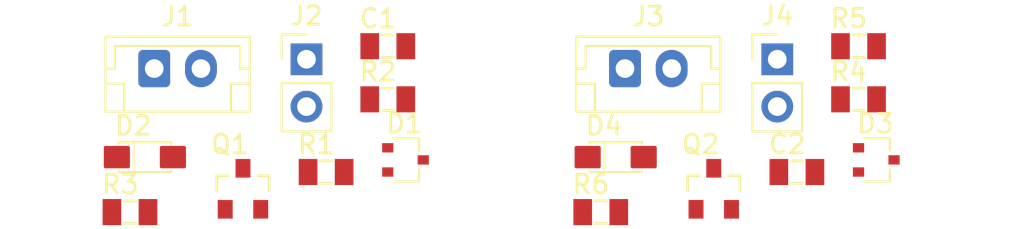
<source format=kicad_pcb>
(kicad_pcb (version 20171130) (host pcbnew "(5.1.8)-1")

  (general
    (thickness 1.6)
    (drawings 0)
    (tracks 0)
    (zones 0)
    (modules 18)
    (nets 14)
  )

  (page A4)
  (layers
    (0 F.Cu signal)
    (31 B.Cu signal)
    (32 B.Adhes user)
    (33 F.Adhes user)
    (34 B.Paste user)
    (35 F.Paste user)
    (36 B.SilkS user)
    (37 F.SilkS user)
    (38 B.Mask user)
    (39 F.Mask user)
    (40 Dwgs.User user)
    (41 Cmts.User user)
    (42 Eco1.User user)
    (43 Eco2.User user)
    (44 Edge.Cuts user)
    (45 Margin user)
    (46 B.CrtYd user)
    (47 F.CrtYd user)
    (48 B.Fab user)
    (49 F.Fab user)
  )

  (setup
    (last_trace_width 0.25)
    (trace_clearance 0.2)
    (zone_clearance 0.508)
    (zone_45_only no)
    (trace_min 0.2)
    (via_size 0.8)
    (via_drill 0.4)
    (via_min_size 0.4)
    (via_min_drill 0.3)
    (uvia_size 0.3)
    (uvia_drill 0.1)
    (uvias_allowed no)
    (uvia_min_size 0.2)
    (uvia_min_drill 0.1)
    (edge_width 0.05)
    (segment_width 0.2)
    (pcb_text_width 0.3)
    (pcb_text_size 1.5 1.5)
    (mod_edge_width 0.12)
    (mod_text_size 1 1)
    (mod_text_width 0.15)
    (pad_size 1.524 1.524)
    (pad_drill 0.762)
    (pad_to_mask_clearance 0)
    (aux_axis_origin 0 0)
    (visible_elements FFFFFF7F)
    (pcbplotparams
      (layerselection 0x010fc_ffffffff)
      (usegerberextensions false)
      (usegerberattributes true)
      (usegerberadvancedattributes true)
      (creategerberjobfile true)
      (excludeedgelayer true)
      (linewidth 0.100000)
      (plotframeref false)
      (viasonmask false)
      (mode 1)
      (useauxorigin false)
      (hpglpennumber 1)
      (hpglpenspeed 20)
      (hpglpendiameter 15.000000)
      (psnegative false)
      (psa4output false)
      (plotreference true)
      (plotvalue true)
      (plotinvisibletext false)
      (padsonsilk false)
      (subtractmaskfromsilk false)
      (outputformat 1)
      (mirror false)
      (drillshape 1)
      (scaleselection 1)
      (outputdirectory ""))
  )

  (net 0 "")
  (net 1 GND)
  (net 2 "Net-(C1-Pad1)")
  (net 3 "Net-(C2-Pad1)")
  (net 4 "Net-(D1-Pad1)")
  (net 5 "Net-(D1-Pad2)")
  (net 6 "Net-(D1-Pad3)")
  (net 7 "Net-(D3-Pad1)")
  (net 8 "Net-(D3-Pad2)")
  (net 9 "Net-(D3-Pad3)")
  (net 10 "Net-(J1-Pad1)")
  (net 11 "Net-(J2-Pad1)")
  (net 12 "Net-(J3-Pad1)")
  (net 13 "Net-(J4-Pad1)")

  (net_class Default "This is the default net class."
    (clearance 0.2)
    (trace_width 0.25)
    (via_dia 0.8)
    (via_drill 0.4)
    (uvia_dia 0.3)
    (uvia_drill 0.1)
    (add_net GND)
    (add_net "Net-(C1-Pad1)")
    (add_net "Net-(C2-Pad1)")
    (add_net "Net-(D1-Pad1)")
    (add_net "Net-(D1-Pad2)")
    (add_net "Net-(D1-Pad3)")
    (add_net "Net-(D3-Pad1)")
    (add_net "Net-(D3-Pad2)")
    (add_net "Net-(D3-Pad3)")
    (add_net "Net-(J1-Pad1)")
    (add_net "Net-(J2-Pad1)")
    (add_net "Net-(J3-Pad1)")
    (add_net "Net-(J4-Pad1)")
  )

  (module VolzLib:R0805 (layer F.Cu) (tedit 5FAA9F45) (tstamp 60FDB7DE)
    (at 149.81 89.97)
    (descr "Resistor SMD 0805 (2012 Metric), square (rectangular) end terminal")
    (path /60FE5BE0/60FDB74F)
    (fp_text reference R6 (at -1.6 -0.9 180) (layer F.SilkS)
      (effects (font (size 1 1) (thickness 0.15)) (justify left bottom))
    )
    (fp_text value R0805 (at -2.1 1.9) (layer F.Fab) hide
      (effects (font (size 1 1) (thickness 0.15)) (justify left bottom))
    )
    (fp_line (start -1 0.6) (end 1 0.6) (layer F.Fab) (width 0.1))
    (fp_line (start -1 -0.6) (end 1 -0.6) (layer F.Fab) (width 0.1))
    (fp_line (start -0.3 -0.6) (end 0.3 -0.6) (layer F.SilkS) (width 0.15))
    (fp_line (start 0.3 0.6) (end -0.3 0.6) (layer F.SilkS) (width 0.15))
    (fp_line (start 1 -0.6) (end 1 0.6) (layer F.Fab) (width 0.1))
    (fp_line (start -1 -0.6) (end -1 0.6) (layer F.Fab) (width 0.1))
    (fp_line (start -1.7 0.9) (end -1.7 -0.9) (layer F.CrtYd) (width 0.05))
    (fp_line (start 1.7 0.9) (end -1.7 0.9) (layer F.CrtYd) (width 0.05))
    (fp_line (start 1.7 -0.9) (end 1.7 0.9) (layer F.CrtYd) (width 0.05))
    (fp_line (start -1.7 -0.9) (end 1.7 -0.9) (layer F.CrtYd) (width 0.05))
    (pad 2 smd rect (at 0.9651 0) (size 1 1.4) (layers F.Cu F.Paste F.Mask)
      (net 8 "Net-(D3-Pad2)"))
    (pad 1 smd rect (at -0.9651 0) (size 1 1.4) (layers F.Cu F.Paste F.Mask)
      (net 3 "Net-(C2-Pad1)"))
    (model ${KICAD_OWN_LIB}/3DPackages/R_0805_2012Metric.step
      (at (xyz 0 0 0))
      (scale (xyz 1 1 1))
      (rotate (xyz 0 0 0))
    )
  )

  (module VolzLib:R0805 (layer F.Cu) (tedit 5FAA9F45) (tstamp 60FDB7CE)
    (at 163.61 81.07)
    (descr "Resistor SMD 0805 (2012 Metric), square (rectangular) end terminal")
    (path /60FE5BE0/60FDE93E)
    (fp_text reference R5 (at -1.6 -0.9 180) (layer F.SilkS)
      (effects (font (size 1 1) (thickness 0.15)) (justify left bottom))
    )
    (fp_text value R0805 (at -2.1 1.9) (layer F.Fab) hide
      (effects (font (size 1 1) (thickness 0.15)) (justify left bottom))
    )
    (fp_line (start -1 0.6) (end 1 0.6) (layer F.Fab) (width 0.1))
    (fp_line (start -1 -0.6) (end 1 -0.6) (layer F.Fab) (width 0.1))
    (fp_line (start -0.3 -0.6) (end 0.3 -0.6) (layer F.SilkS) (width 0.15))
    (fp_line (start 0.3 0.6) (end -0.3 0.6) (layer F.SilkS) (width 0.15))
    (fp_line (start 1 -0.6) (end 1 0.6) (layer F.Fab) (width 0.1))
    (fp_line (start -1 -0.6) (end -1 0.6) (layer F.Fab) (width 0.1))
    (fp_line (start -1.7 0.9) (end -1.7 -0.9) (layer F.CrtYd) (width 0.05))
    (fp_line (start 1.7 0.9) (end -1.7 0.9) (layer F.CrtYd) (width 0.05))
    (fp_line (start 1.7 -0.9) (end 1.7 0.9) (layer F.CrtYd) (width 0.05))
    (fp_line (start -1.7 -0.9) (end 1.7 -0.9) (layer F.CrtYd) (width 0.05))
    (pad 2 smd rect (at 0.9651 0) (size 1 1.4) (layers F.Cu F.Paste F.Mask)
      (net 9 "Net-(D3-Pad3)"))
    (pad 1 smd rect (at -0.9651 0) (size 1 1.4) (layers F.Cu F.Paste F.Mask)
      (net 1 GND))
    (model ${KICAD_OWN_LIB}/3DPackages/R_0805_2012Metric.step
      (at (xyz 0 0 0))
      (scale (xyz 1 1 1))
      (rotate (xyz 0 0 0))
    )
  )

  (module VolzLib:R0805 (layer F.Cu) (tedit 5FAA9F45) (tstamp 60FDB7BE)
    (at 163.61 83.92)
    (descr "Resistor SMD 0805 (2012 Metric), square (rectangular) end terminal")
    (path /60FE5BE0/60FDC195)
    (fp_text reference R4 (at -1.6 -0.9 180) (layer F.SilkS)
      (effects (font (size 1 1) (thickness 0.15)) (justify left bottom))
    )
    (fp_text value R0805 (at -2.1 1.9) (layer F.Fab) hide
      (effects (font (size 1 1) (thickness 0.15)) (justify left bottom))
    )
    (fp_line (start -1 0.6) (end 1 0.6) (layer F.Fab) (width 0.1))
    (fp_line (start -1 -0.6) (end 1 -0.6) (layer F.Fab) (width 0.1))
    (fp_line (start -0.3 -0.6) (end 0.3 -0.6) (layer F.SilkS) (width 0.15))
    (fp_line (start 0.3 0.6) (end -0.3 0.6) (layer F.SilkS) (width 0.15))
    (fp_line (start 1 -0.6) (end 1 0.6) (layer F.Fab) (width 0.1))
    (fp_line (start -1 -0.6) (end -1 0.6) (layer F.Fab) (width 0.1))
    (fp_line (start -1.7 0.9) (end -1.7 -0.9) (layer F.CrtYd) (width 0.05))
    (fp_line (start 1.7 0.9) (end -1.7 0.9) (layer F.CrtYd) (width 0.05))
    (fp_line (start 1.7 -0.9) (end 1.7 0.9) (layer F.CrtYd) (width 0.05))
    (fp_line (start -1.7 -0.9) (end 1.7 -0.9) (layer F.CrtYd) (width 0.05))
    (pad 2 smd rect (at 0.9651 0) (size 1 1.4) (layers F.Cu F.Paste F.Mask)
      (net 12 "Net-(J3-Pad1)"))
    (pad 1 smd rect (at -0.9651 0) (size 1 1.4) (layers F.Cu F.Paste F.Mask)
      (net 7 "Net-(D3-Pad1)"))
    (model ${KICAD_OWN_LIB}/3DPackages/R_0805_2012Metric.step
      (at (xyz 0 0 0))
      (scale (xyz 1 1 1))
      (rotate (xyz 0 0 0))
    )
  )

  (module VolzLib:R0805 (layer F.Cu) (tedit 5FAA9F45) (tstamp 60FDB7AE)
    (at 124.61 89.97)
    (descr "Resistor SMD 0805 (2012 Metric), square (rectangular) end terminal")
    (path /60FDAC01/60FDB74F)
    (fp_text reference R3 (at -1.6 -0.9 180) (layer F.SilkS)
      (effects (font (size 1 1) (thickness 0.15)) (justify left bottom))
    )
    (fp_text value R0805 (at -2.1 1.9) (layer F.Fab) hide
      (effects (font (size 1 1) (thickness 0.15)) (justify left bottom))
    )
    (fp_line (start -1 0.6) (end 1 0.6) (layer F.Fab) (width 0.1))
    (fp_line (start -1 -0.6) (end 1 -0.6) (layer F.Fab) (width 0.1))
    (fp_line (start -0.3 -0.6) (end 0.3 -0.6) (layer F.SilkS) (width 0.15))
    (fp_line (start 0.3 0.6) (end -0.3 0.6) (layer F.SilkS) (width 0.15))
    (fp_line (start 1 -0.6) (end 1 0.6) (layer F.Fab) (width 0.1))
    (fp_line (start -1 -0.6) (end -1 0.6) (layer F.Fab) (width 0.1))
    (fp_line (start -1.7 0.9) (end -1.7 -0.9) (layer F.CrtYd) (width 0.05))
    (fp_line (start 1.7 0.9) (end -1.7 0.9) (layer F.CrtYd) (width 0.05))
    (fp_line (start 1.7 -0.9) (end 1.7 0.9) (layer F.CrtYd) (width 0.05))
    (fp_line (start -1.7 -0.9) (end 1.7 -0.9) (layer F.CrtYd) (width 0.05))
    (pad 2 smd rect (at 0.9651 0) (size 1 1.4) (layers F.Cu F.Paste F.Mask)
      (net 5 "Net-(D1-Pad2)"))
    (pad 1 smd rect (at -0.9651 0) (size 1 1.4) (layers F.Cu F.Paste F.Mask)
      (net 2 "Net-(C1-Pad1)"))
    (model ${KICAD_OWN_LIB}/3DPackages/R_0805_2012Metric.step
      (at (xyz 0 0 0))
      (scale (xyz 1 1 1))
      (rotate (xyz 0 0 0))
    )
  )

  (module VolzLib:R0805 (layer F.Cu) (tedit 5FAA9F45) (tstamp 60FDB79E)
    (at 138.41 83.92)
    (descr "Resistor SMD 0805 (2012 Metric), square (rectangular) end terminal")
    (path /60FDAC01/60FDE93E)
    (fp_text reference R2 (at -1.6 -0.9 180) (layer F.SilkS)
      (effects (font (size 1 1) (thickness 0.15)) (justify left bottom))
    )
    (fp_text value R0805 (at -2.1 1.9) (layer F.Fab) hide
      (effects (font (size 1 1) (thickness 0.15)) (justify left bottom))
    )
    (fp_line (start -1 0.6) (end 1 0.6) (layer F.Fab) (width 0.1))
    (fp_line (start -1 -0.6) (end 1 -0.6) (layer F.Fab) (width 0.1))
    (fp_line (start -0.3 -0.6) (end 0.3 -0.6) (layer F.SilkS) (width 0.15))
    (fp_line (start 0.3 0.6) (end -0.3 0.6) (layer F.SilkS) (width 0.15))
    (fp_line (start 1 -0.6) (end 1 0.6) (layer F.Fab) (width 0.1))
    (fp_line (start -1 -0.6) (end -1 0.6) (layer F.Fab) (width 0.1))
    (fp_line (start -1.7 0.9) (end -1.7 -0.9) (layer F.CrtYd) (width 0.05))
    (fp_line (start 1.7 0.9) (end -1.7 0.9) (layer F.CrtYd) (width 0.05))
    (fp_line (start 1.7 -0.9) (end 1.7 0.9) (layer F.CrtYd) (width 0.05))
    (fp_line (start -1.7 -0.9) (end 1.7 -0.9) (layer F.CrtYd) (width 0.05))
    (pad 2 smd rect (at 0.9651 0) (size 1 1.4) (layers F.Cu F.Paste F.Mask)
      (net 6 "Net-(D1-Pad3)"))
    (pad 1 smd rect (at -0.9651 0) (size 1 1.4) (layers F.Cu F.Paste F.Mask)
      (net 1 GND))
    (model ${KICAD_OWN_LIB}/3DPackages/R_0805_2012Metric.step
      (at (xyz 0 0 0))
      (scale (xyz 1 1 1))
      (rotate (xyz 0 0 0))
    )
  )

  (module VolzLib:R0805 (layer F.Cu) (tedit 5FAA9F45) (tstamp 60FDB78E)
    (at 135.11 87.82)
    (descr "Resistor SMD 0805 (2012 Metric), square (rectangular) end terminal")
    (path /60FDAC01/60FDC195)
    (fp_text reference R1 (at -1.6 -0.9 180) (layer F.SilkS)
      (effects (font (size 1 1) (thickness 0.15)) (justify left bottom))
    )
    (fp_text value R0805 (at -2.1 1.9) (layer F.Fab) hide
      (effects (font (size 1 1) (thickness 0.15)) (justify left bottom))
    )
    (fp_line (start -1 0.6) (end 1 0.6) (layer F.Fab) (width 0.1))
    (fp_line (start -1 -0.6) (end 1 -0.6) (layer F.Fab) (width 0.1))
    (fp_line (start -0.3 -0.6) (end 0.3 -0.6) (layer F.SilkS) (width 0.15))
    (fp_line (start 0.3 0.6) (end -0.3 0.6) (layer F.SilkS) (width 0.15))
    (fp_line (start 1 -0.6) (end 1 0.6) (layer F.Fab) (width 0.1))
    (fp_line (start -1 -0.6) (end -1 0.6) (layer F.Fab) (width 0.1))
    (fp_line (start -1.7 0.9) (end -1.7 -0.9) (layer F.CrtYd) (width 0.05))
    (fp_line (start 1.7 0.9) (end -1.7 0.9) (layer F.CrtYd) (width 0.05))
    (fp_line (start 1.7 -0.9) (end 1.7 0.9) (layer F.CrtYd) (width 0.05))
    (fp_line (start -1.7 -0.9) (end 1.7 -0.9) (layer F.CrtYd) (width 0.05))
    (pad 2 smd rect (at 0.9651 0) (size 1 1.4) (layers F.Cu F.Paste F.Mask)
      (net 10 "Net-(J1-Pad1)"))
    (pad 1 smd rect (at -0.9651 0) (size 1 1.4) (layers F.Cu F.Paste F.Mask)
      (net 4 "Net-(D1-Pad1)"))
    (model ${KICAD_OWN_LIB}/3DPackages/R_0805_2012Metric.step
      (at (xyz 0 0 0))
      (scale (xyz 1 1 1))
      (rotate (xyz 0 0 0))
    )
  )

  (module VolzLib:SOT23-3 (layer F.Cu) (tedit 5FA920BD) (tstamp 60FDB77E)
    (at 155.86 88.72)
    (descr "Small Outline Transistor, 3 lead")
    (path /60FE5BE0/60FE1082)
    (fp_text reference Q2 (at -1.8 -1.8 180) (layer F.SilkS)
      (effects (font (size 1 1) (thickness 0.15)) (justify left bottom))
    )
    (fp_text value DMN3023L (at -3.1 3) (layer F.Fab) hide
      (effects (font (size 1 1) (thickness 0.15)) (justify left bottom))
    )
    (fp_line (start 1.4 -0.7) (end 1.4 0.1) (layer F.SilkS) (width 0.15))
    (fp_line (start 0.8 -0.7) (end 1.4 -0.7) (layer F.SilkS) (width 0.15))
    (fp_line (start -1.4 -0.7) (end -1.4 0.1) (layer F.SilkS) (width 0.15))
    (fp_line (start -0.8 -0.7) (end -1.4 -0.7) (layer F.SilkS) (width 0.15))
    (fp_line (start -1.4224 -0.6604) (end 1.4224 -0.6604) (layer F.Fab) (width 0.1524))
    (fp_line (start -1.4224 0.6604) (end -1.4224 -0.6604) (layer F.Fab) (width 0.1524))
    (fp_line (start 1.4224 0.6604) (end -1.4224 0.6604) (layer F.Fab) (width 0.1524))
    (fp_line (start 1.4224 -0.6604) (end 1.4224 0.6604) (layer F.Fab) (width 0.1524))
    (fp_line (start -1.7 1.8) (end -1.7 -1.8) (layer F.CrtYd) (width 0.05))
    (fp_line (start 1.7 1.8) (end -1.7 1.8) (layer F.CrtYd) (width 0.05))
    (fp_line (start 1.7 -1.8) (end 1.7 1.8) (layer F.CrtYd) (width 0.05))
    (fp_line (start -1.7 -1.8) (end 1.7 -1.8) (layer F.CrtYd) (width 0.05))
    (pad 1 smd rect (at -0.95 1.1) (size 0.8 1) (layers F.Cu F.Paste F.Mask)
      (net 3 "Net-(C2-Pad1)"))
    (pad 2 smd rect (at 0.95 1.1) (size 0.8 1) (layers F.Cu F.Paste F.Mask)
      (net 13 "Net-(J4-Pad1)"))
    (pad 3 smd rect (at 0 -1.1) (size 0.8 1) (layers F.Cu F.Paste F.Mask)
      (net 12 "Net-(J3-Pad1)"))
    (model ${KICAD_OWN_LIB}/3DPackages/SOT-23.step
      (at (xyz 0 0 0))
      (scale (xyz 1 1 1))
      (rotate (xyz 0 0 -90))
    )
  )

  (module VolzLib:SOT23-3 (layer F.Cu) (tedit 5FA920BD) (tstamp 60FDB76B)
    (at 130.66 88.72)
    (descr "Small Outline Transistor, 3 lead")
    (path /60FDAC01/60FE1082)
    (fp_text reference Q1 (at -1.8 -1.8 180) (layer F.SilkS)
      (effects (font (size 1 1) (thickness 0.15)) (justify left bottom))
    )
    (fp_text value DMN3023L (at -3.1 3) (layer F.Fab) hide
      (effects (font (size 1 1) (thickness 0.15)) (justify left bottom))
    )
    (fp_line (start 1.4 -0.7) (end 1.4 0.1) (layer F.SilkS) (width 0.15))
    (fp_line (start 0.8 -0.7) (end 1.4 -0.7) (layer F.SilkS) (width 0.15))
    (fp_line (start -1.4 -0.7) (end -1.4 0.1) (layer F.SilkS) (width 0.15))
    (fp_line (start -0.8 -0.7) (end -1.4 -0.7) (layer F.SilkS) (width 0.15))
    (fp_line (start -1.4224 -0.6604) (end 1.4224 -0.6604) (layer F.Fab) (width 0.1524))
    (fp_line (start -1.4224 0.6604) (end -1.4224 -0.6604) (layer F.Fab) (width 0.1524))
    (fp_line (start 1.4224 0.6604) (end -1.4224 0.6604) (layer F.Fab) (width 0.1524))
    (fp_line (start 1.4224 -0.6604) (end 1.4224 0.6604) (layer F.Fab) (width 0.1524))
    (fp_line (start -1.7 1.8) (end -1.7 -1.8) (layer F.CrtYd) (width 0.05))
    (fp_line (start 1.7 1.8) (end -1.7 1.8) (layer F.CrtYd) (width 0.05))
    (fp_line (start 1.7 -1.8) (end 1.7 1.8) (layer F.CrtYd) (width 0.05))
    (fp_line (start -1.7 -1.8) (end 1.7 -1.8) (layer F.CrtYd) (width 0.05))
    (pad 1 smd rect (at -0.95 1.1) (size 0.8 1) (layers F.Cu F.Paste F.Mask)
      (net 2 "Net-(C1-Pad1)"))
    (pad 2 smd rect (at 0.95 1.1) (size 0.8 1) (layers F.Cu F.Paste F.Mask)
      (net 11 "Net-(J2-Pad1)"))
    (pad 3 smd rect (at 0 -1.1) (size 0.8 1) (layers F.Cu F.Paste F.Mask)
      (net 10 "Net-(J1-Pad1)"))
    (model ${KICAD_OWN_LIB}/3DPackages/SOT-23.step
      (at (xyz 0 0 0))
      (scale (xyz 1 1 1))
      (rotate (xyz 0 0 -90))
    )
  )

  (module VolzLib:PinHeader_1x02_P2.54mm_Vertical (layer F.Cu) (tedit 5FA172C0) (tstamp 60FDB758)
    (at 159.26 81.77)
    (descr "Through hole straight pin header, 1x02, 2.54mm pitch, single row")
    (tags "Through hole pin header THT 1x02 2.54mm single row")
    (path /60FE5BE0/60FE09A2)
    (fp_text reference J4 (at 0 -2.33) (layer F.SilkS)
      (effects (font (size 1 1) (thickness 0.15)))
    )
    (fp_text value PinHeader_1x02_P2.54mm_Vertical (at 0 4.87) (layer F.Fab)
      (effects (font (size 1 1) (thickness 0.15)))
    )
    (fp_text user %R (at 0 1.27 90) (layer F.Fab)
      (effects (font (size 1 1) (thickness 0.15)))
    )
    (fp_line (start -0.635 -1.27) (end 1.27 -1.27) (layer F.Fab) (width 0.1))
    (fp_line (start 1.27 -1.27) (end 1.27 3.81) (layer F.Fab) (width 0.1))
    (fp_line (start 1.27 3.81) (end -1.27 3.81) (layer F.Fab) (width 0.1))
    (fp_line (start -1.27 3.81) (end -1.27 -0.635) (layer F.Fab) (width 0.1))
    (fp_line (start -1.27 -0.635) (end -0.635 -1.27) (layer F.Fab) (width 0.1))
    (fp_line (start -1.33 3.87) (end 1.33 3.87) (layer F.SilkS) (width 0.12))
    (fp_line (start -1.33 1.27) (end -1.33 3.87) (layer F.SilkS) (width 0.12))
    (fp_line (start 1.33 1.27) (end 1.33 3.87) (layer F.SilkS) (width 0.12))
    (fp_line (start -1.33 1.27) (end 1.33 1.27) (layer F.SilkS) (width 0.12))
    (fp_line (start -1.33 0) (end -1.33 -1.33) (layer F.SilkS) (width 0.12))
    (fp_line (start -1.33 -1.33) (end 0 -1.33) (layer F.SilkS) (width 0.12))
    (fp_line (start -1.6 -1.6) (end -1.6 4.1) (layer F.CrtYd) (width 0.05))
    (fp_line (start -1.6 4.1) (end 1.6 4.1) (layer F.CrtYd) (width 0.05))
    (fp_line (start 1.6 4.1) (end 1.6 -1.6) (layer F.CrtYd) (width 0.05))
    (fp_line (start 1.6 -1.6) (end -1.6 -1.6) (layer F.CrtYd) (width 0.05))
    (pad 1 thru_hole rect (at 0 0) (size 1.7 1.7) (drill 1) (layers *.Cu *.Mask)
      (net 13 "Net-(J4-Pad1)"))
    (pad 2 thru_hole oval (at 0 2.54) (size 1.7 1.7) (drill 1) (layers *.Cu *.Mask)
      (net 1 GND))
    (model ${KICAD_OWN_LIB}/3DPackages/PinHeader_1x02_P2.54mm_Vertical.step
      (at (xyz 0 0 0))
      (scale (xyz 1 1 1))
      (rotate (xyz 0 0 0))
    )
  )

  (module VolzLib:JST_EH_B2B-EH-A_1x02_P2.50mm_Vertical (layer F.Cu) (tedit 5FA93404) (tstamp 60FDB742)
    (at 151.11 82.27)
    (descr "JST EH series connector, B2B-EH-A (http://www.jst-mfg.com/product/pdf/eng/eEH.pdf), generated with kicad-footprint-generator")
    (tags "connector JST EH vertical")
    (path /60FE5BE0/60FDDC8D)
    (fp_text reference J3 (at 1.25 -2.8) (layer F.SilkS)
      (effects (font (size 1 1) (thickness 0.15)))
    )
    (fp_text value Conn_JST_B2B_EH_01x02 (at 1.25 3.4) (layer F.Fab)
      (effects (font (size 1 1) (thickness 0.15)))
    )
    (fp_line (start -2.5 -1.6) (end -2.5 2.2) (layer F.Fab) (width 0.1))
    (fp_line (start -2.5 2.2) (end 5 2.2) (layer F.Fab) (width 0.1))
    (fp_line (start 5 2.2) (end 5 -1.6) (layer F.Fab) (width 0.1))
    (fp_line (start 5 -1.6) (end -2.5 -1.6) (layer F.Fab) (width 0.1))
    (fp_line (start -3 -2.1) (end -3 2.7) (layer F.CrtYd) (width 0.05))
    (fp_line (start -3 2.7) (end 5.5 2.7) (layer F.CrtYd) (width 0.05))
    (fp_line (start 5.5 2.7) (end 5.5 -2.1) (layer F.CrtYd) (width 0.05))
    (fp_line (start 5.5 -2.1) (end -3 -2.1) (layer F.CrtYd) (width 0.05))
    (fp_line (start -2.61 -1.71) (end -2.61 2.31) (layer F.SilkS) (width 0.12))
    (fp_line (start -2.61 2.31) (end 5.11 2.31) (layer F.SilkS) (width 0.12))
    (fp_line (start 5.11 2.31) (end 5.11 -1.71) (layer F.SilkS) (width 0.12))
    (fp_line (start 5.11 -1.71) (end -2.61 -1.71) (layer F.SilkS) (width 0.12))
    (fp_line (start -2.61 0) (end -2.11 0) (layer F.SilkS) (width 0.12))
    (fp_line (start -2.11 0) (end -2.11 -1.21) (layer F.SilkS) (width 0.12))
    (fp_line (start -2.11 -1.21) (end 4.61 -1.21) (layer F.SilkS) (width 0.12))
    (fp_line (start 4.61 -1.21) (end 4.61 0) (layer F.SilkS) (width 0.12))
    (fp_line (start 4.61 0) (end 5.11 0) (layer F.SilkS) (width 0.12))
    (fp_line (start -2.61 0.81) (end -1.61 0.81) (layer F.SilkS) (width 0.12))
    (fp_line (start -1.61 0.81) (end -1.61 2.31) (layer F.SilkS) (width 0.12))
    (fp_line (start 5.11 0.81) (end 4.11 0.81) (layer F.SilkS) (width 0.12))
    (fp_line (start 4.11 0.81) (end 4.11 2.31) (layer F.SilkS) (width 0.12))
    (pad 1 thru_hole roundrect (at 0 0) (size 1.7 2) (drill 1) (layers *.Cu *.Mask) (roundrect_rratio 0.147059)
      (net 12 "Net-(J3-Pad1)"))
    (pad 2 thru_hole oval (at 2.5 0) (size 1.7 2) (drill 1) (layers *.Cu *.Mask)
      (net 1 GND))
    (model ${KICAD_OWN_LIB}/3DPackages/JST_EH_B2B-EH-A_1x02_P2.50mm_Vertical.step
      (at (xyz 0 0 0))
      (scale (xyz 1 1 1))
      (rotate (xyz 0 0 0))
    )
  )

  (module VolzLib:PinHeader_1x02_P2.54mm_Vertical (layer F.Cu) (tedit 5FA172C0) (tstamp 60FDB727)
    (at 134.06 81.77)
    (descr "Through hole straight pin header, 1x02, 2.54mm pitch, single row")
    (tags "Through hole pin header THT 1x02 2.54mm single row")
    (path /60FDAC01/60FE09A2)
    (fp_text reference J2 (at 0 -2.33) (layer F.SilkS)
      (effects (font (size 1 1) (thickness 0.15)))
    )
    (fp_text value PinHeader_1x02_P2.54mm_Vertical (at 0 4.87) (layer F.Fab)
      (effects (font (size 1 1) (thickness 0.15)))
    )
    (fp_text user %R (at 0 1.27 90) (layer F.Fab)
      (effects (font (size 1 1) (thickness 0.15)))
    )
    (fp_line (start -0.635 -1.27) (end 1.27 -1.27) (layer F.Fab) (width 0.1))
    (fp_line (start 1.27 -1.27) (end 1.27 3.81) (layer F.Fab) (width 0.1))
    (fp_line (start 1.27 3.81) (end -1.27 3.81) (layer F.Fab) (width 0.1))
    (fp_line (start -1.27 3.81) (end -1.27 -0.635) (layer F.Fab) (width 0.1))
    (fp_line (start -1.27 -0.635) (end -0.635 -1.27) (layer F.Fab) (width 0.1))
    (fp_line (start -1.33 3.87) (end 1.33 3.87) (layer F.SilkS) (width 0.12))
    (fp_line (start -1.33 1.27) (end -1.33 3.87) (layer F.SilkS) (width 0.12))
    (fp_line (start 1.33 1.27) (end 1.33 3.87) (layer F.SilkS) (width 0.12))
    (fp_line (start -1.33 1.27) (end 1.33 1.27) (layer F.SilkS) (width 0.12))
    (fp_line (start -1.33 0) (end -1.33 -1.33) (layer F.SilkS) (width 0.12))
    (fp_line (start -1.33 -1.33) (end 0 -1.33) (layer F.SilkS) (width 0.12))
    (fp_line (start -1.6 -1.6) (end -1.6 4.1) (layer F.CrtYd) (width 0.05))
    (fp_line (start -1.6 4.1) (end 1.6 4.1) (layer F.CrtYd) (width 0.05))
    (fp_line (start 1.6 4.1) (end 1.6 -1.6) (layer F.CrtYd) (width 0.05))
    (fp_line (start 1.6 -1.6) (end -1.6 -1.6) (layer F.CrtYd) (width 0.05))
    (pad 1 thru_hole rect (at 0 0) (size 1.7 1.7) (drill 1) (layers *.Cu *.Mask)
      (net 11 "Net-(J2-Pad1)"))
    (pad 2 thru_hole oval (at 0 2.54) (size 1.7 1.7) (drill 1) (layers *.Cu *.Mask)
      (net 1 GND))
    (model ${KICAD_OWN_LIB}/3DPackages/PinHeader_1x02_P2.54mm_Vertical.step
      (at (xyz 0 0 0))
      (scale (xyz 1 1 1))
      (rotate (xyz 0 0 0))
    )
  )

  (module VolzLib:JST_EH_B2B-EH-A_1x02_P2.50mm_Vertical (layer F.Cu) (tedit 5FA93404) (tstamp 60FDB711)
    (at 125.91 82.27)
    (descr "JST EH series connector, B2B-EH-A (http://www.jst-mfg.com/product/pdf/eng/eEH.pdf), generated with kicad-footprint-generator")
    (tags "connector JST EH vertical")
    (path /60FDAC01/60FDDC8D)
    (fp_text reference J1 (at 1.25 -2.8) (layer F.SilkS)
      (effects (font (size 1 1) (thickness 0.15)))
    )
    (fp_text value Conn_JST_B2B_EH_01x02 (at 1.25 3.4) (layer F.Fab)
      (effects (font (size 1 1) (thickness 0.15)))
    )
    (fp_line (start -2.5 -1.6) (end -2.5 2.2) (layer F.Fab) (width 0.1))
    (fp_line (start -2.5 2.2) (end 5 2.2) (layer F.Fab) (width 0.1))
    (fp_line (start 5 2.2) (end 5 -1.6) (layer F.Fab) (width 0.1))
    (fp_line (start 5 -1.6) (end -2.5 -1.6) (layer F.Fab) (width 0.1))
    (fp_line (start -3 -2.1) (end -3 2.7) (layer F.CrtYd) (width 0.05))
    (fp_line (start -3 2.7) (end 5.5 2.7) (layer F.CrtYd) (width 0.05))
    (fp_line (start 5.5 2.7) (end 5.5 -2.1) (layer F.CrtYd) (width 0.05))
    (fp_line (start 5.5 -2.1) (end -3 -2.1) (layer F.CrtYd) (width 0.05))
    (fp_line (start -2.61 -1.71) (end -2.61 2.31) (layer F.SilkS) (width 0.12))
    (fp_line (start -2.61 2.31) (end 5.11 2.31) (layer F.SilkS) (width 0.12))
    (fp_line (start 5.11 2.31) (end 5.11 -1.71) (layer F.SilkS) (width 0.12))
    (fp_line (start 5.11 -1.71) (end -2.61 -1.71) (layer F.SilkS) (width 0.12))
    (fp_line (start -2.61 0) (end -2.11 0) (layer F.SilkS) (width 0.12))
    (fp_line (start -2.11 0) (end -2.11 -1.21) (layer F.SilkS) (width 0.12))
    (fp_line (start -2.11 -1.21) (end 4.61 -1.21) (layer F.SilkS) (width 0.12))
    (fp_line (start 4.61 -1.21) (end 4.61 0) (layer F.SilkS) (width 0.12))
    (fp_line (start 4.61 0) (end 5.11 0) (layer F.SilkS) (width 0.12))
    (fp_line (start -2.61 0.81) (end -1.61 0.81) (layer F.SilkS) (width 0.12))
    (fp_line (start -1.61 0.81) (end -1.61 2.31) (layer F.SilkS) (width 0.12))
    (fp_line (start 5.11 0.81) (end 4.11 0.81) (layer F.SilkS) (width 0.12))
    (fp_line (start 4.11 0.81) (end 4.11 2.31) (layer F.SilkS) (width 0.12))
    (pad 1 thru_hole roundrect (at 0 0) (size 1.7 2) (drill 1) (layers *.Cu *.Mask) (roundrect_rratio 0.147059)
      (net 10 "Net-(J1-Pad1)"))
    (pad 2 thru_hole oval (at 2.5 0) (size 1.7 2) (drill 1) (layers *.Cu *.Mask)
      (net 1 GND))
    (model ${KICAD_OWN_LIB}/3DPackages/JST_EH_B2B-EH-A_1x02_P2.50mm_Vertical.step
      (at (xyz 0 0 0))
      (scale (xyz 1 1 1))
      (rotate (xyz 0 0 0))
    )
  )

  (module VolzLib:D_SOD-123FL (layer F.Cu) (tedit 5FBF751C) (tstamp 60FDB6F6)
    (at 150.61 87.02)
    (path /60FE5BE0/60FDCA62)
    (fp_text reference D4 (at -1.7 -1.1 -180) (layer F.SilkS)
      (effects (font (size 1 1) (thickness 0.15)) (justify left bottom))
    )
    (fp_text value SMF30A (at -4.2 2.2) (layer F.Fab) hide
      (effects (font (size 1 1) (thickness 0.15)) (justify left bottom))
    )
    (fp_line (start -2.5 -1) (end -2.5 1) (layer F.CrtYd) (width 0.05))
    (fp_line (start -2.5 1) (end 2.5 1) (layer F.CrtYd) (width 0.05))
    (fp_line (start 2.5 1) (end 2.5 -1) (layer F.CrtYd) (width 0.05))
    (fp_line (start 2.5 -1) (end -2.5 -1) (layer F.CrtYd) (width 0.05))
    (fp_line (start -1.45 -0.8) (end 1.45 -0.8) (layer F.Fab) (width 0.05))
    (fp_line (start 1.45 -0.8) (end 1.45 -0.6) (layer F.Fab) (width 0.05))
    (fp_line (start 1.45 -0.6) (end 1.45 0.6) (layer F.Fab) (width 0.05))
    (fp_line (start 1.45 0.6) (end 1.45 0.8) (layer F.Fab) (width 0.05))
    (fp_line (start 1.45 0.8) (end -1.45 0.8) (layer F.Fab) (width 0.05))
    (fp_line (start -1.45 0.8) (end -1.45 0.6) (layer F.Fab) (width 0.05))
    (fp_line (start -1.45 0.6) (end -1.45 -0.6) (layer F.Fab) (width 0.05))
    (fp_line (start -1.45 -0.6) (end -1.45 -0.8) (layer F.Fab) (width 0.05))
    (fp_line (start -1.95 -0.6) (end -1.45 -0.6) (layer F.Fab) (width 0.05))
    (fp_line (start -1.95 -0.6) (end -1.95 0.6) (layer F.Fab) (width 0.05))
    (fp_line (start -1.95 0.6) (end -1.45 0.6) (layer F.Fab) (width 0.05))
    (fp_line (start 1.45 -0.6) (end 1.95 -0.6) (layer F.Fab) (width 0.05))
    (fp_line (start 1.95 -0.6) (end 1.95 0.6) (layer F.Fab) (width 0.05))
    (fp_line (start 1.95 0.6) (end 1.45 0.6) (layer F.Fab) (width 0.05))
    (fp_line (start -1.4 -0.7) (end -1.4 -0.8) (layer F.SilkS) (width 0.127))
    (fp_line (start -1.4 -0.8) (end -0.6 -0.8) (layer F.SilkS) (width 0.127))
    (fp_line (start -0.6 -0.8) (end 1.4 -0.8) (layer F.SilkS) (width 0.127))
    (fp_line (start 1.4 -0.8) (end 1.4 -0.7) (layer F.SilkS) (width 0.127))
    (fp_line (start -1.4 0.7) (end -1.4 0.8) (layer F.SilkS) (width 0.1))
    (fp_line (start -1.4 0.8) (end -0.6 0.8) (layer F.SilkS) (width 0.1))
    (fp_line (start -0.6 0.8) (end 1.4 0.8) (layer F.SilkS) (width 0.1))
    (fp_line (start 1.4 0.8) (end 1.4 0.7) (layer F.SilkS) (width 0.1))
    (fp_line (start -0.6 -0.8) (end -0.6 0.8) (layer F.SilkS) (width 0.1))
    (pad 1 smd roundrect (at -1.5 0) (size 1.4 1.2) (layers F.Cu F.Paste F.Mask) (roundrect_rratio 0.075)
      (net 3 "Net-(C2-Pad1)"))
    (pad 2 smd roundrect (at 1.5 0) (size 1.4 1.2) (layers F.Cu F.Paste F.Mask) (roundrect_rratio 0.075)
      (net 1 GND))
    (model ${KISYS3DMOD}/Diode_SMD.3dshapes/D_SOD-123F.wrl
      (at (xyz 0 0 0))
      (scale (xyz 1 1 1))
      (rotate (xyz 0 0 0))
    )
  )

  (module VolzLib:SOT-323_SC-70 (layer F.Cu) (tedit 5FE068F7) (tstamp 60FDB6D5)
    (at 164.56 87.17)
    (descr "SOT-323, SC-70")
    (tags "SOT-323 SC-70")
    (path /60FE5BE0/60FDAC9F)
    (attr smd)
    (fp_text reference D3 (at -0.05 -1.95) (layer F.SilkS)
      (effects (font (size 1 1) (thickness 0.15)))
    )
    (fp_text value BAT54SW (at -0.05 2.05) (layer F.Fab)
      (effects (font (size 1 1) (thickness 0.15)))
    )
    (fp_line (start 0.73 0.5) (end 0.73 1.16) (layer F.SilkS) (width 0.12))
    (fp_line (start 0.73 -1.16) (end 0.73 -0.5) (layer F.SilkS) (width 0.12))
    (fp_line (start 1.5 1.3) (end -1.5 1.3) (layer F.CrtYd) (width 0.05))
    (fp_line (start 1.5 -1.3) (end 1.5 1.3) (layer F.CrtYd) (width 0.05))
    (fp_line (start -1.5 -1.3) (end 1.5 -1.3) (layer F.CrtYd) (width 0.05))
    (fp_line (start -1.5 1.3) (end -1.5 -1.3) (layer F.CrtYd) (width 0.05))
    (fp_line (start 0.73 -1.16) (end -0.68 -1.16) (layer F.SilkS) (width 0.12))
    (fp_line (start -0.68 1.16) (end 0.73 1.16) (layer F.SilkS) (width 0.12))
    (fp_line (start 0.67 -1.1) (end -0.18 -1.1) (layer F.Fab) (width 0.1))
    (fp_line (start -0.68 -0.6) (end -0.68 1.1) (layer F.Fab) (width 0.1))
    (fp_line (start 0.67 -1.1) (end 0.67 1.1) (layer F.Fab) (width 0.1))
    (fp_line (start 0.67 1.1) (end -0.68 1.1) (layer F.Fab) (width 0.1))
    (fp_line (start -0.18 -1.1) (end -0.68 -0.6) (layer F.Fab) (width 0.1))
    (pad 1 smd rect (at -0.95 -0.65 270) (size 0.5 0.6) (layers F.Cu F.Paste F.Mask)
      (net 7 "Net-(D3-Pad1)"))
    (pad 2 smd rect (at -0.95 0.65 270) (size 0.5 0.6) (layers F.Cu F.Paste F.Mask)
      (net 8 "Net-(D3-Pad2)"))
    (pad 3 smd rect (at 0.95 0 270) (size 0.5 0.6) (layers F.Cu F.Paste F.Mask)
      (net 9 "Net-(D3-Pad3)"))
    (model ${KICAD_OWN_LIB}/3DPackages/SOT-323_SC-70.step
      (at (xyz 0 0 0))
      (scale (xyz 1 1 1))
      (rotate (xyz 0 0 0))
    )
  )

  (module VolzLib:D_SOD-123FL (layer F.Cu) (tedit 5FBF751C) (tstamp 60FDB6C1)
    (at 125.41 87.02)
    (path /60FDAC01/60FDCA62)
    (fp_text reference D2 (at -1.7 -1.1 -180) (layer F.SilkS)
      (effects (font (size 1 1) (thickness 0.15)) (justify left bottom))
    )
    (fp_text value SMF30A (at -4.2 2.2) (layer F.Fab) hide
      (effects (font (size 1 1) (thickness 0.15)) (justify left bottom))
    )
    (fp_line (start -2.5 -1) (end -2.5 1) (layer F.CrtYd) (width 0.05))
    (fp_line (start -2.5 1) (end 2.5 1) (layer F.CrtYd) (width 0.05))
    (fp_line (start 2.5 1) (end 2.5 -1) (layer F.CrtYd) (width 0.05))
    (fp_line (start 2.5 -1) (end -2.5 -1) (layer F.CrtYd) (width 0.05))
    (fp_line (start -1.45 -0.8) (end 1.45 -0.8) (layer F.Fab) (width 0.05))
    (fp_line (start 1.45 -0.8) (end 1.45 -0.6) (layer F.Fab) (width 0.05))
    (fp_line (start 1.45 -0.6) (end 1.45 0.6) (layer F.Fab) (width 0.05))
    (fp_line (start 1.45 0.6) (end 1.45 0.8) (layer F.Fab) (width 0.05))
    (fp_line (start 1.45 0.8) (end -1.45 0.8) (layer F.Fab) (width 0.05))
    (fp_line (start -1.45 0.8) (end -1.45 0.6) (layer F.Fab) (width 0.05))
    (fp_line (start -1.45 0.6) (end -1.45 -0.6) (layer F.Fab) (width 0.05))
    (fp_line (start -1.45 -0.6) (end -1.45 -0.8) (layer F.Fab) (width 0.05))
    (fp_line (start -1.95 -0.6) (end -1.45 -0.6) (layer F.Fab) (width 0.05))
    (fp_line (start -1.95 -0.6) (end -1.95 0.6) (layer F.Fab) (width 0.05))
    (fp_line (start -1.95 0.6) (end -1.45 0.6) (layer F.Fab) (width 0.05))
    (fp_line (start 1.45 -0.6) (end 1.95 -0.6) (layer F.Fab) (width 0.05))
    (fp_line (start 1.95 -0.6) (end 1.95 0.6) (layer F.Fab) (width 0.05))
    (fp_line (start 1.95 0.6) (end 1.45 0.6) (layer F.Fab) (width 0.05))
    (fp_line (start -1.4 -0.7) (end -1.4 -0.8) (layer F.SilkS) (width 0.127))
    (fp_line (start -1.4 -0.8) (end -0.6 -0.8) (layer F.SilkS) (width 0.127))
    (fp_line (start -0.6 -0.8) (end 1.4 -0.8) (layer F.SilkS) (width 0.127))
    (fp_line (start 1.4 -0.8) (end 1.4 -0.7) (layer F.SilkS) (width 0.127))
    (fp_line (start -1.4 0.7) (end -1.4 0.8) (layer F.SilkS) (width 0.1))
    (fp_line (start -1.4 0.8) (end -0.6 0.8) (layer F.SilkS) (width 0.1))
    (fp_line (start -0.6 0.8) (end 1.4 0.8) (layer F.SilkS) (width 0.1))
    (fp_line (start 1.4 0.8) (end 1.4 0.7) (layer F.SilkS) (width 0.1))
    (fp_line (start -0.6 -0.8) (end -0.6 0.8) (layer F.SilkS) (width 0.1))
    (pad 1 smd roundrect (at -1.5 0) (size 1.4 1.2) (layers F.Cu F.Paste F.Mask) (roundrect_rratio 0.075)
      (net 2 "Net-(C1-Pad1)"))
    (pad 2 smd roundrect (at 1.5 0) (size 1.4 1.2) (layers F.Cu F.Paste F.Mask) (roundrect_rratio 0.075)
      (net 1 GND))
    (model ${KISYS3DMOD}/Diode_SMD.3dshapes/D_SOD-123F.wrl
      (at (xyz 0 0 0))
      (scale (xyz 1 1 1))
      (rotate (xyz 0 0 0))
    )
  )

  (module VolzLib:SOT-323_SC-70 (layer F.Cu) (tedit 5FE068F7) (tstamp 60FDB6A0)
    (at 139.36 87.17)
    (descr "SOT-323, SC-70")
    (tags "SOT-323 SC-70")
    (path /60FDAC01/60FDAC9F)
    (attr smd)
    (fp_text reference D1 (at -0.05 -1.95) (layer F.SilkS)
      (effects (font (size 1 1) (thickness 0.15)))
    )
    (fp_text value BAT54SW (at -0.05 2.05) (layer F.Fab)
      (effects (font (size 1 1) (thickness 0.15)))
    )
    (fp_line (start 0.73 0.5) (end 0.73 1.16) (layer F.SilkS) (width 0.12))
    (fp_line (start 0.73 -1.16) (end 0.73 -0.5) (layer F.SilkS) (width 0.12))
    (fp_line (start 1.5 1.3) (end -1.5 1.3) (layer F.CrtYd) (width 0.05))
    (fp_line (start 1.5 -1.3) (end 1.5 1.3) (layer F.CrtYd) (width 0.05))
    (fp_line (start -1.5 -1.3) (end 1.5 -1.3) (layer F.CrtYd) (width 0.05))
    (fp_line (start -1.5 1.3) (end -1.5 -1.3) (layer F.CrtYd) (width 0.05))
    (fp_line (start 0.73 -1.16) (end -0.68 -1.16) (layer F.SilkS) (width 0.12))
    (fp_line (start -0.68 1.16) (end 0.73 1.16) (layer F.SilkS) (width 0.12))
    (fp_line (start 0.67 -1.1) (end -0.18 -1.1) (layer F.Fab) (width 0.1))
    (fp_line (start -0.68 -0.6) (end -0.68 1.1) (layer F.Fab) (width 0.1))
    (fp_line (start 0.67 -1.1) (end 0.67 1.1) (layer F.Fab) (width 0.1))
    (fp_line (start 0.67 1.1) (end -0.68 1.1) (layer F.Fab) (width 0.1))
    (fp_line (start -0.18 -1.1) (end -0.68 -0.6) (layer F.Fab) (width 0.1))
    (pad 1 smd rect (at -0.95 -0.65 270) (size 0.5 0.6) (layers F.Cu F.Paste F.Mask)
      (net 4 "Net-(D1-Pad1)"))
    (pad 2 smd rect (at -0.95 0.65 270) (size 0.5 0.6) (layers F.Cu F.Paste F.Mask)
      (net 5 "Net-(D1-Pad2)"))
    (pad 3 smd rect (at 0.95 0 270) (size 0.5 0.6) (layers F.Cu F.Paste F.Mask)
      (net 6 "Net-(D1-Pad3)"))
    (model ${KICAD_OWN_LIB}/3DPackages/SOT-323_SC-70.step
      (at (xyz 0 0 0))
      (scale (xyz 1 1 1))
      (rotate (xyz 0 0 0))
    )
  )

  (module VolzLib:C0805 (layer F.Cu) (tedit 5FAAA071) (tstamp 60FDB68C)
    (at 160.31 87.82)
    (descr "Capacitor SMD 0805 (2012 Metric), square (rectangular) end terminal")
    (path /60FE5BE0/60FE020F)
    (fp_text reference C2 (at -1.6 -0.9 180) (layer F.SilkS)
      (effects (font (size 1 1) (thickness 0.15)) (justify left bottom))
    )
    (fp_text value C0805 (at -2.1 1.9) (layer F.Fab) hide
      (effects (font (size 1 1) (thickness 0.15)) (justify left bottom))
    )
    (fp_line (start -1 -0.6) (end -1 0.6) (layer F.Fab) (width 0.1))
    (fp_line (start 1 -0.6) (end 1 0.6) (layer F.Fab) (width 0.1))
    (fp_line (start 0.3 0.6) (end -0.3 0.6) (layer F.SilkS) (width 0.15))
    (fp_line (start -0.3 -0.6) (end 0.3 -0.6) (layer F.SilkS) (width 0.15))
    (fp_line (start -1.7 0.9) (end -1.7 -0.9) (layer F.CrtYd) (width 0.05))
    (fp_line (start 1.7 0.9) (end -1.7 0.9) (layer F.CrtYd) (width 0.05))
    (fp_line (start 1.7 -0.9) (end 1.7 0.9) (layer F.CrtYd) (width 0.05))
    (fp_line (start -1.7 -0.9) (end 1.7 -0.9) (layer F.CrtYd) (width 0.05))
    (fp_line (start -1 -0.6) (end 1 -0.6) (layer F.Fab) (width 0.12))
    (fp_line (start -1 0.6) (end 1 0.6) (layer F.Fab) (width 0.12))
    (pad 2 smd rect (at 0.9651 0) (size 1 1.4) (layers F.Cu F.Paste F.Mask)
      (net 1 GND))
    (pad 1 smd rect (at -0.9651 0) (size 1 1.4) (layers F.Cu F.Paste F.Mask)
      (net 3 "Net-(C2-Pad1)"))
    (model ${KICAD_OWN_LIB}/3DPackages/C_0805_2012Metric.step
      (at (xyz 0 0 0))
      (scale (xyz 1 1 1))
      (rotate (xyz 0 0 0))
    )
  )

  (module VolzLib:C0805 (layer F.Cu) (tedit 5FAAA071) (tstamp 60FDB67C)
    (at 138.41 81.07)
    (descr "Capacitor SMD 0805 (2012 Metric), square (rectangular) end terminal")
    (path /60FDAC01/60FE020F)
    (fp_text reference C1 (at -1.6 -0.9 180) (layer F.SilkS)
      (effects (font (size 1 1) (thickness 0.15)) (justify left bottom))
    )
    (fp_text value C0805 (at -2.1 1.9) (layer F.Fab) hide
      (effects (font (size 1 1) (thickness 0.15)) (justify left bottom))
    )
    (fp_line (start -1 -0.6) (end -1 0.6) (layer F.Fab) (width 0.1))
    (fp_line (start 1 -0.6) (end 1 0.6) (layer F.Fab) (width 0.1))
    (fp_line (start 0.3 0.6) (end -0.3 0.6) (layer F.SilkS) (width 0.15))
    (fp_line (start -0.3 -0.6) (end 0.3 -0.6) (layer F.SilkS) (width 0.15))
    (fp_line (start -1.7 0.9) (end -1.7 -0.9) (layer F.CrtYd) (width 0.05))
    (fp_line (start 1.7 0.9) (end -1.7 0.9) (layer F.CrtYd) (width 0.05))
    (fp_line (start 1.7 -0.9) (end 1.7 0.9) (layer F.CrtYd) (width 0.05))
    (fp_line (start -1.7 -0.9) (end 1.7 -0.9) (layer F.CrtYd) (width 0.05))
    (fp_line (start -1 -0.6) (end 1 -0.6) (layer F.Fab) (width 0.12))
    (fp_line (start -1 0.6) (end 1 0.6) (layer F.Fab) (width 0.12))
    (pad 2 smd rect (at 0.9651 0) (size 1 1.4) (layers F.Cu F.Paste F.Mask)
      (net 1 GND))
    (pad 1 smd rect (at -0.9651 0) (size 1 1.4) (layers F.Cu F.Paste F.Mask)
      (net 2 "Net-(C1-Pad1)"))
    (model ${KICAD_OWN_LIB}/3DPackages/C_0805_2012Metric.step
      (at (xyz 0 0 0))
      (scale (xyz 1 1 1))
      (rotate (xyz 0 0 0))
    )
  )

)

</source>
